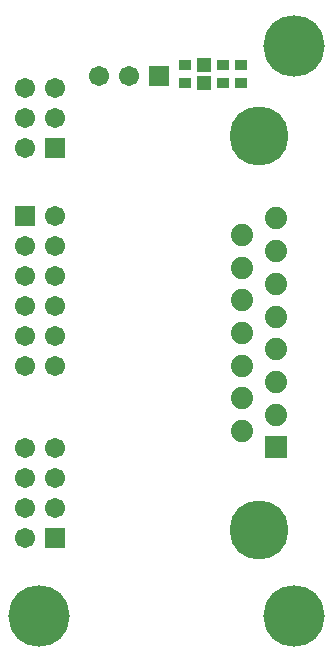
<source format=gts>
%FSDAX24Y24*%
%MOIN*%
%SFA1B1*%

%IPPOS*%
%ADD25R,0.043400X0.035600*%
%ADD26R,0.047400X0.045400*%
%ADD27R,0.074500X0.074500*%
%ADD28C,0.074500*%
%ADD29C,0.197000*%
%ADD30C,0.067100*%
%ADD31R,0.067100X0.067100*%
%ADD32R,0.067100X0.067100*%
%ADD33C,0.204900*%
%LNdistro_layout-1*%
%LPD*%
G54D25*
X004876Y018379D03*
Y017788D03*
X006159D03*
Y018379D03*
X006731D03*
Y017788D03*
G54D26*
X005517Y017769D03*
Y018399D03*
G54D27*
X007899Y005633D03*
G54D28*
X006781Y006178D03*
X007899Y006724D03*
X006781Y007269D03*
X007899Y007814D03*
X006781Y008359D03*
X007899Y008905D03*
X006781Y009450D03*
X007899Y009995D03*
X006781Y010541D03*
X007899Y011086D03*
X006781Y011631D03*
X007899Y012176D03*
X006781Y012722D03*
X007899Y013267D03*
G54D29*
X007340Y002891D03*
Y016009D03*
G54D30*
X-000441Y005617D03*
X000559D03*
X-000441Y004617D03*
X000559D03*
X-000441Y003617D03*
X000559D03*
X-000441Y002617D03*
Y015620D03*
X000559Y016620D03*
X-000441D03*
X000559Y017620D03*
X-000441D03*
X003000Y018003D03*
X002000D03*
X000559Y008360D03*
X-000441D03*
X000559Y009360D03*
X-000441D03*
X000559Y010360D03*
X-000441D03*
X000559Y011360D03*
X-000441D03*
X000559Y012360D03*
X-000441D03*
X000559Y013360D03*
G54D31*
X000559Y002617D03*
Y015620D03*
X-000441Y013360D03*
G54D32*
X004000Y018003D03*
G54D33*
X000000Y000000D03*
X008500D03*
Y019000D03*
M02*
</source>
